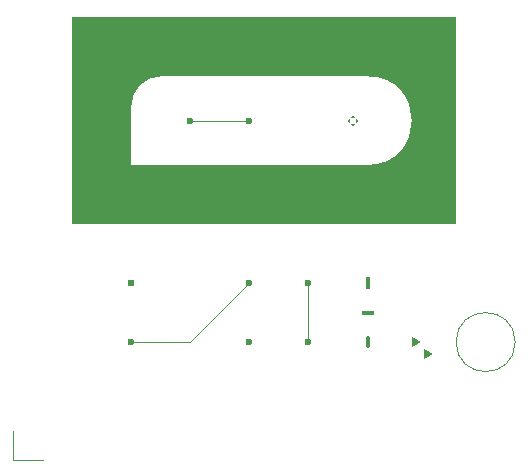
<source format=gbr>
G04 Ucamco ex. 2: Shapes*
%FSLAX36Y36*%
%MOMM*%
%TF.FileFunction,Other,Sample*%
%LPD*%
G04 Define Apertures*
%AMTHERMAL80*
7,0,0,0.800,0.550,0.125,45*%
%ADD10C,0.1*%
%ADD11C,0.6*%
%ADD12R,0.6X0.6*%
%ADD13R,0.4X1.00*%
%ADD14R,1.00X0.4*%
%ADD15O,0.4X01.00*%
%ADD16P,1.00X3*%
%ADD19THERMAL80*%
G04 Start image generation*
D10*
X0Y2500000D02*
G01*
X0Y0D01*
X2500000Y0D01*
X10000000Y10000000D02*
X15000000D01*
X20000000Y15000000D01*
X25000000D02*
Y10000000D01*
D11*
X10000000Y10000000D03*
X20000000D03*
X25000000D03*
Y15000000D03*
X20000000D03*
D12*
X10000000Y15000000D03*
D13*
X30000000Y15000000D03*
D14*
Y12500000D03*
D15*
Y10000000D03*
D10*
X37500000Y10000000D02*
G75*
G03*
X37500000Y10000000I2500000J0D01*
D16*
X34000000Y10000000D03*
X35000000Y9000000D03*
G36*
X5000000Y20000000D02*
G01*
Y37500000D01*
X37500000D01*
Y20000000D01*
X5000000D01*
G37*
%LPC*%
G36*
X10000000Y25000000D02*
Y30000000D01*
G02*
X12500000Y32500000I2500000J0D01*
G01*
X30000000D01*
G02*
X30000000Y25000000I0J-3750000D01*
G01*
X10000000D01*
G37*
%LPD*%
D10*
X15000000Y28750000D02*
X20000000D01*
D11*
X15000000Y28750000D03*
X20000000D03*
D19*
X28750000Y28750000D03*
M02*
</source>
